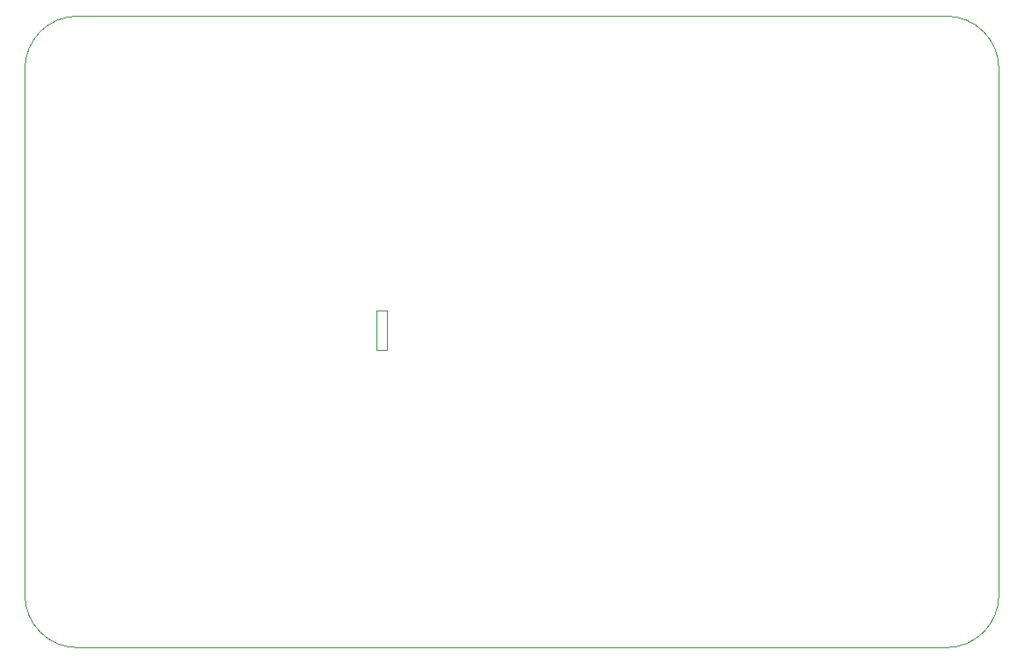
<source format=gbr>
%TF.GenerationSoftware,KiCad,Pcbnew,8.0.1*%
%TF.CreationDate,2024-04-05T21:06:31+06:30*%
%TF.ProjectId,STM32_base,53544d33-325f-4626-9173-652e6b696361,rev?*%
%TF.SameCoordinates,PX48ab840PY853a720*%
%TF.FileFunction,Profile,NP*%
%FSLAX46Y46*%
G04 Gerber Fmt 4.6, Leading zero omitted, Abs format (unit mm)*
G04 Created by KiCad (PCBNEW 8.0.1) date 2024-04-05 21:06:31*
%MOMM*%
%LPD*%
G01*
G04 APERTURE LIST*
%TA.AperFunction,Profile*%
%ADD10C,0.100000*%
%TD*%
G04 APERTURE END LIST*
D10*
X5080000Y60960000D02*
X88900000Y60960000D01*
X93980000Y5080000D02*
G75*
G02*
X88900000Y0I-5080000J0D01*
G01*
X5080000Y0D02*
G75*
G02*
X0Y5080000I0J5080000D01*
G01*
X88900000Y60960000D02*
G75*
G02*
X93980000Y55880000I0J-5080000D01*
G01*
X34925000Y28702000D02*
X33909000Y28702000D01*
X0Y5080000D02*
X0Y55880000D01*
X88900000Y0D02*
X5080000Y0D01*
X34925000Y32512000D02*
X34925000Y28702000D01*
X33909000Y32512000D02*
X34925000Y32512000D01*
X33909000Y28702000D02*
X33909000Y32512000D01*
X93980000Y55880000D02*
X93980000Y5080000D01*
X0Y55880000D02*
G75*
G02*
X5080000Y60960000I5080000J0D01*
G01*
M02*

</source>
